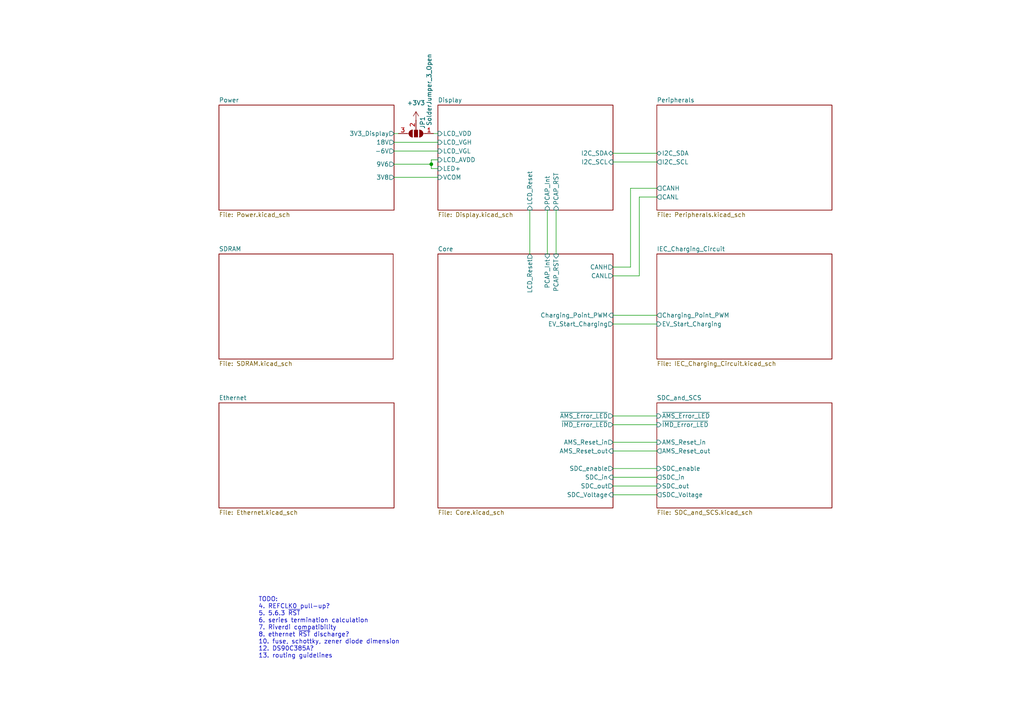
<source format=kicad_sch>
(kicad_sch (version 20231120) (generator "eeschema") (generator_version "8.0")
  (paper "A4")
  (lib_symbols
    (symbol "Jumper:SolderJumper_3_Open" (pin_names (offset 0) hide) (exclude_from_sim yes) (in_bom no)
      (property "Reference" "JP" (at -2.54 -2.54 0))
      (property "Value" "SolderJumper_3_Open" (at 0 2.794 0))
      (symbol "SolderJumper_3_Open_0_1"
        (arc (start -1.016 1.016) (mid -2.0276 0) (end -1.016 -1.016))
        (arc (start -1.016 1.016) (mid -2.0276 0) (end -1.016 -1.016) (fill (type outline)))
        (rectangle (start -0.508 1.016) (end 0.508 -1.016) (fill (type outline)))
        (polyline (pts (xy -2.54 0) (xy -2.032 0)))
        (polyline (pts (xy -1.016 1.016) (xy -1.016 -1.016)))
        (polyline (pts (xy 0 -1.27) (xy 0 -1.016)))
        (polyline (pts (xy 1.016 1.016) (xy 1.016 -1.016)))
        (polyline (pts (xy 2.54 0) (xy 2.032 0)))
        (arc (start 1.016 -1.016) (mid 2.0276 0) (end 1.016 1.016))
        (arc (start 1.016 -1.016) (mid 2.0276 0) (end 1.016 1.016) (fill (type outline)))
      )
      (symbol "SolderJumper_3_Open_1_1"
        (pin passive line (at -5.08 0 0) (length 2.54) (name "A") (number "1"))
        (pin passive line (at 0 -3.81 90) (length 2.54) (name "C") (number "2"))
        (pin passive line (at 5.08 0 180) (length 2.54) (name "B") (number "3"))
      )
    )
    (symbol "power:+3V3" (power) (pin_numbers hide) (pin_names (offset 0) hide)
      (property "Value" "+3V3" (at 0 3.556 0))
      (symbol "+3V3_0_1"
        (polyline (pts (xy -0.762 1.27) (xy 0 2.54)))
        (polyline (pts (xy 0 0) (xy 0 2.54)))
        (polyline (pts (xy 0 2.54) (xy 0.762 1.27)))
      )
      (symbol "+3V3_1_1"
        (pin power_in line (at 0 0 90) (length 0) (name "~") (number "1"))
      )
    )
  )
  (junction (at 125.095 47.625))
  (wire (pts (xy 177.8 44.45) (xy 190.5 44.45)))
  (wire (pts (xy 177.8 46.99) (xy 190.5 46.99)))
  (wire (pts (xy 177.8 93.98) (xy 190.5 93.98)))
  (wire (pts (xy 177.8 130.81) (xy 190.5 130.81)))
  (wire (pts (xy 182.88 54.61) (xy 190.5 54.61)))
  (wire (pts (xy 190.5 57.15) (xy 185.42 57.15)))
  (wire (pts (xy 114.3 47.625) (xy 125.095 47.625)))
  (wire (pts (xy 177.8 91.44) (xy 190.5 91.44)))
  (wire (pts (xy 125.095 46.355) (xy 125.095 47.625)))
  (wire (pts (xy 177.8 120.65) (xy 190.5 120.65)))
  (wire (pts (xy 177.8 77.47) (xy 182.88 77.47)))
  (wire (pts (xy 177.8 138.43) (xy 190.5 138.43)))
  (wire (pts (xy 114.3 38.735) (xy 115.57 38.735)))
  (wire (pts (xy 114.3 43.815) (xy 127 43.815)))
  (wire (pts (xy 127 46.355) (xy 125.095 46.355)))
  (wire (pts (xy 177.8 140.97) (xy 190.5 140.97)))
  (wire (pts (xy 182.88 77.47) (xy 182.88 54.61)))
  (wire (pts (xy 114.3 51.435) (xy 127 51.435)))
  (wire (pts (xy 177.8 135.89) (xy 190.5 135.89)))
  (wire (pts (xy 185.42 80.01) (xy 177.8 80.01)))
  (wire (pts (xy 153.67 60.96) (xy 153.67 73.66)))
  (wire (pts (xy 185.42 57.15) (xy 185.42 80.01)))
  (wire (pts (xy 125.095 48.895) (xy 127 48.895)))
  (wire (pts (xy 158.75 60.96) (xy 158.75 73.66)))
  (wire (pts (xy 161.29 60.96) (xy 161.29 73.66)))
  (wire (pts (xy 177.8 143.51) (xy 190.5 143.51)))
  (wire (pts (xy 114.3 41.275) (xy 127 41.275)))
  (wire (pts (xy 125.095 47.625) (xy 125.095 48.895)))
  (wire (pts (xy 177.8 123.19) (xy 190.5 123.19)))
  (wire (pts (xy 125.73 38.735) (xy 127 38.735)))
  (wire (pts (xy 177.8 128.27) (xy 190.5 128.27)))
  (text "TODO:\n4. REFCLK0 pull-up?\n5. 5.6.3 ~{RST}\n6. series termination calculation\n7. Riverdi compatibility\n8. ethernet ~{RST} discharge?\n10. fuse, schottky, zener diode dimension\n12. DS90C385A?\n13. routing guidelines" (at 74.93 182.118 0) (effects (font (size 1.27 1.27)) (justify left)))
  (symbol (lib_id "Jumper:SolderJumper_3_Open") (at 120.65 38.735 180) (unit 1) (exclude_from_sim yes) (in_bom no)
    (property "Reference" "JP1" (at 122.555 35.56 90))
    (property "Value" "SolderJumper_3_Open" (at 124.46 26.035 90))
    (property "Footprint" "Jumper:SolderJumper-3_P1.3mm_Open_RoundedPad1.0x1.5mm" (effects (hide yes)))
    (property "Description" "Solder Jumper, 3-pole, open" (effects (hide yes)))
  )
  (symbol (lib_id "power:+3V3") (at 120.65 34.925 0) (unit 1)
    (property "Reference" "#PWR01" (effects (hide yes)))
    (property "Value" "+3V3" (at 120.65 29.845 0))
    (property "Description" "Power symbol creates a global label with name \"+3V3\"" (effects (hide yes)))
  )
  (sheet (at 63.5 73.66) (size 50.546 30.48) (stroke (width 0.1524))
    (property "Sheetname" "SDRAM" (at 63.5 72.9484 0) (effects (justify left bottom)))
    (property "Sheetfile" "SDRAM.kicad_sch" (at 63.5 104.7246 0) (effects (justify left top)))
  )
  (sheet (at 127 30.48) (size 50.8 30.48) (stroke (width 0.1524))
    (property "Sheetname" "Display" (at 127 29.7684 0) (effects (justify left bottom)))
    (property "Sheetfile" "Display.kicad_sch" (at 127 61.5446 0) (effects (justify left top)))
    (pin "VCOM" input (at 127 51.435 180))
    (pin "LCD_VDD" input (at 127 38.735 180))
    (pin "LED+" input (at 127 48.895 180))
    (pin "I2C_SCL" input (at 177.8 46.99 0))
    (pin "PCAP_Int" input (at 158.75 60.96 270))
    (pin "I2C_SDA" bidirectional (at 177.8 44.45 0))
    (pin "PCAP_RST" input (at 161.29 60.96 270))
    (pin "LCD_VGH" input (at 127 41.275 180))
    (pin "LCD_VGL" input (at 127 43.815 180))
    (pin "LCD_AVDD" input (at 127 46.355 180))
    (pin "LCD_Reset" input (at 153.67 60.96 270))
  )
  (sheet (at 127 73.66) (size 50.8 73.66) (stroke (width 0.1524))
    (property "Sheetname" "Core" (at 127 72.9484 0) (effects (justify left bottom)))
    (property "Sheetfile" "Core.kicad_sch" (at 127 147.9046 0) (effects (justify left top)))
    (pin "PCAP_RST" input (at 161.29 73.66 90))
    (pin "PCAP_Int" input (at 158.75 73.66 90))
    (pin "CANH" output (at 177.8 77.47 0))
    (pin "CANL" output (at 177.8 80.01 0))
    (pin "~{AMS_Error_LED}" output (at 177.8 120.65 0))
    (pin "~{IMD_Error_LED}" output (at 177.8 123.19 0))
    (pin "SDC_enable" output (at 177.8 135.89 0))
    (pin "AMS_Reset_out" input (at 177.8 130.81 0))
    (pin "SDC_Voltage" input (at 177.8 143.51 0))
    (pin "SDC_in" input (at 177.8 138.43 0))
    (pin "SDC_out" output (at 177.8 140.97 0))
    (pin "AMS_Reset_in" output (at 177.8 128.27 0))
    (pin "EV_Start_Charging" output (at 177.8 93.98 0))
    (pin "Charging_Point_PWM" input (at 177.8 91.44 0))
    (pin "LCD_Reset" output (at 153.67 73.66 90))
  )
  (sheet (at 63.5 116.84) (size 50.8 30.48) (stroke (width 0.1524))
    (property "Sheetname" "Ethernet" (at 63.5 116.1284 0) (effects (justify left bottom)))
    (property "Sheetfile" "Ethernet.kicad_sch" (at 63.5 147.9046 0) (effects (justify left top)))
  )
  (sheet (at 190.5 116.84) (size 50.8 30.48) (stroke (width 0.1524))
    (property "Sheetname" "SDC_and_SCS" (at 190.5 116.1284 0) (effects (justify left bottom)))
    (property "Sheetfile" "SDC_and_SCS.kicad_sch" (at 190.5 147.9046 0) (effects (justify left top)))
    (pin "~{IMD_Error_LED}" input (at 190.5 123.19 180))
    (pin "~{AMS_Error_LED}" input (at 190.5 120.65 180))
    (pin "AMS_Reset_in" input (at 190.5 128.27 180))
    (pin "AMS_Reset_out" output (at 190.5 130.81 180))
    (pin "SDC_enable" input (at 190.5 135.89 180))
    (pin "SDC_in" output (at 190.5 138.43 180))
    (pin "SDC_Voltage" output (at 190.5 143.51 180))
    (pin "SDC_out" input (at 190.5 140.97 180))
  )
  (sheet (at 190.5 30.48) (size 50.8 30.48) (stroke (width 0.1524))
    (property "Sheetname" "Peripherals" (at 190.5 29.7684 0) (effects (justify left bottom)))
    (property "Sheetfile" "Peripherals.kicad_sch" (at 190.5 61.5446 0) (effects (justify left top)))
    (pin "CANL" output (at 190.5 57.15 180))
    (pin "I2C_SDA" bidirectional (at 190.5 44.45 180))
    (pin "I2C_SCL" output (at 190.5 46.99 180))
    (pin "CANH" output (at 190.5 54.61 180))
  )
  (sheet (at 190.5 73.66) (size 50.8 30.48) (stroke (width 0.1524))
    (property "Sheetname" "IEC_Charging_Circuit" (at 190.5 72.9484 0) (effects (justify left bottom)))
    (property "Sheetfile" "IEC_Charging_Circuit.kicad_sch" (at 190.5 104.7246 0) (effects (justify left top)))
    (pin "Charging_Point_PWM" output (at 190.5 91.44 180))
    (pin "EV_Start_Charging" input (at 190.5 93.98 180))
  )
  (sheet (at 63.5 30.48) (size 50.8 30.48) (stroke (width 0.1524))
    (property "Sheetname" "Power" (at 63.5 29.7684 0) (effects (justify left bottom)))
    (property "Sheetfile" "Power.kicad_sch" (at 63.5 61.5446 0) (effects (justify left top)))
    (pin "3V3_Display" output (at 114.3 38.735 0))
    (pin "3V8" output (at 114.3 51.435 0))
    (pin "18V" output (at 114.3 41.275 0))
    (pin "-6V" output (at 114.3 43.815 0))
    (pin "9V6" output (at 114.3 47.625 0))
  )
)
</source>
